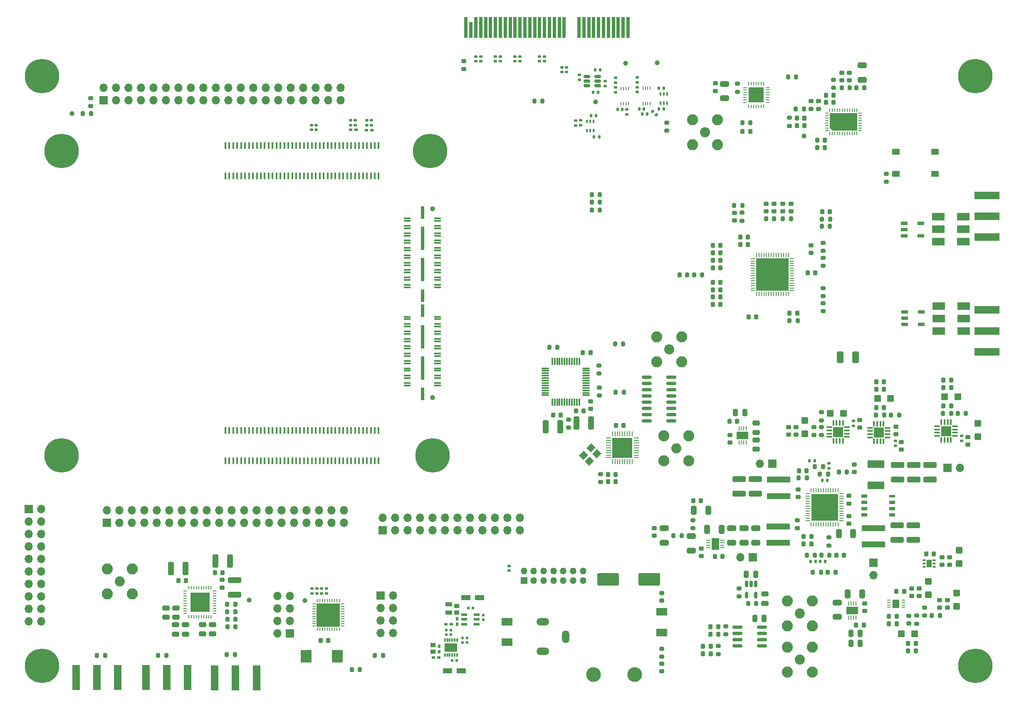
<source format=gbr>
%TF.GenerationSoftware,KiCad,Pcbnew,7.0.8-7.0.8~ubuntu22.04.1*%
%TF.CreationDate,2024-12-17T15:10:34+01:00*%
%TF.ProjectId,Bread70,42726561-6437-4302-9e6b-696361645f70,rev?*%
%TF.SameCoordinates,Original*%
%TF.FileFunction,Soldermask,Top*%
%TF.FilePolarity,Negative*%
%FSLAX46Y46*%
G04 Gerber Fmt 4.6, Leading zero omitted, Abs format (unit mm)*
G04 Created by KiCad (PCBNEW 7.0.8-7.0.8~ubuntu22.04.1) date 2024-12-17 15:10:34*
%MOMM*%
%LPD*%
G01*
G04 APERTURE LIST*
G04 Aperture macros list*
%AMRoundRect*
0 Rectangle with rounded corners*
0 $1 Rounding radius*
0 $2 $3 $4 $5 $6 $7 $8 $9 X,Y pos of 4 corners*
0 Add a 4 corners polygon primitive as box body*
4,1,4,$2,$3,$4,$5,$6,$7,$8,$9,$2,$3,0*
0 Add four circle primitives for the rounded corners*
1,1,$1+$1,$2,$3*
1,1,$1+$1,$4,$5*
1,1,$1+$1,$6,$7*
1,1,$1+$1,$8,$9*
0 Add four rect primitives between the rounded corners*
20,1,$1+$1,$2,$3,$4,$5,0*
20,1,$1+$1,$4,$5,$6,$7,0*
20,1,$1+$1,$6,$7,$8,$9,0*
20,1,$1+$1,$8,$9,$2,$3,0*%
%AMRotRect*
0 Rectangle, with rotation*
0 The origin of the aperture is its center*
0 $1 length*
0 $2 width*
0 $3 Rotation angle, in degrees counterclockwise*
0 Add horizontal line*
21,1,$1,$2,0,0,$3*%
%AMOutline5P*
0 Free polygon, 5 corners , with rotation*
0 The origin of the aperture is its center*
0 number of corners: always 5*
0 $1 to $10 corner X, Y*
0 $11 Rotation angle, in degrees counterclockwise*
0 create outline with 5 corners*
4,1,5,$1,$2,$3,$4,$5,$6,$7,$8,$9,$10,$1,$2,$11*%
%AMOutline6P*
0 Free polygon, 6 corners , with rotation*
0 The origin of the aperture is its center*
0 number of corners: always 6*
0 $1 to $12 corner X, Y*
0 $13 Rotation angle, in degrees counterclockwise*
0 create outline with 6 corners*
4,1,6,$1,$2,$3,$4,$5,$6,$7,$8,$9,$10,$11,$12,$1,$2,$13*%
%AMOutline7P*
0 Free polygon, 7 corners , with rotation*
0 The origin of the aperture is its center*
0 number of corners: always 7*
0 $1 to $14 corner X, Y*
0 $15 Rotation angle, in degrees counterclockwise*
0 create outline with 7 corners*
4,1,7,$1,$2,$3,$4,$5,$6,$7,$8,$9,$10,$11,$12,$13,$14,$1,$2,$15*%
%AMOutline8P*
0 Free polygon, 8 corners , with rotation*
0 The origin of the aperture is its center*
0 number of corners: always 8*
0 $1 to $16 corner X, Y*
0 $17 Rotation angle, in degrees counterclockwise*
0 create outline with 8 corners*
4,1,8,$1,$2,$3,$4,$5,$6,$7,$8,$9,$10,$11,$12,$13,$14,$15,$16,$1,$2,$17*%
G04 Aperture macros list end*
%ADD10RoundRect,0.250000X0.325000X1.100000X-0.325000X1.100000X-0.325000X-1.100000X0.325000X-1.100000X0*%
%ADD11RoundRect,0.135000X0.135000X0.185000X-0.135000X0.185000X-0.135000X-0.185000X0.135000X-0.185000X0*%
%ADD12RoundRect,0.200000X0.200000X0.275000X-0.200000X0.275000X-0.200000X-0.275000X0.200000X-0.275000X0*%
%ADD13RoundRect,0.250000X1.950000X1.000000X-1.950000X1.000000X-1.950000X-1.000000X1.950000X-1.000000X0*%
%ADD14O,2.600000X1.500000*%
%ADD15O,1.500000X2.600000*%
%ADD16RoundRect,0.200000X-0.200000X-0.275000X0.200000X-0.275000X0.200000X0.275000X-0.200000X0.275000X0*%
%ADD17RoundRect,0.140000X-0.170000X0.140000X-0.170000X-0.140000X0.170000X-0.140000X0.170000X0.140000X0*%
%ADD18RoundRect,0.218750X0.256250X-0.218750X0.256250X0.218750X-0.256250X0.218750X-0.256250X-0.218750X0*%
%ADD19RoundRect,0.200000X0.275000X-0.200000X0.275000X0.200000X-0.275000X0.200000X-0.275000X-0.200000X0*%
%ADD20RoundRect,0.250000X0.650000X-0.325000X0.650000X0.325000X-0.650000X0.325000X-0.650000X-0.325000X0*%
%ADD21R,0.250000X0.750000*%
%ADD22RoundRect,0.060000X0.290000X0.090000X-0.290000X0.090000X-0.290000X-0.090000X0.290000X-0.090000X0*%
%ADD23RoundRect,0.050000X0.450000X0.750000X-0.450000X0.750000X-0.450000X-0.750000X0.450000X-0.750000X0*%
%ADD24C,2.050000*%
%ADD25C,2.250000*%
%ADD26RoundRect,0.225000X-0.225000X-0.250000X0.225000X-0.250000X0.225000X0.250000X-0.225000X0.250000X0*%
%ADD27RoundRect,0.225000X0.250000X-0.225000X0.250000X0.225000X-0.250000X0.225000X-0.250000X-0.225000X0*%
%ADD28RoundRect,0.225000X0.225000X0.250000X-0.225000X0.250000X-0.225000X-0.250000X0.225000X-0.250000X0*%
%ADD29RoundRect,0.062500X-0.062500X0.337500X-0.062500X-0.337500X0.062500X-0.337500X0.062500X0.337500X0*%
%ADD30RoundRect,0.062500X-0.337500X-0.062500X0.337500X-0.062500X0.337500X0.062500X-0.337500X0.062500X0*%
%ADD31RoundRect,0.062500X0.062500X-0.337500X0.062500X0.337500X-0.062500X0.337500X-0.062500X-0.337500X0*%
%ADD32RoundRect,0.062500X0.337500X0.062500X-0.337500X0.062500X-0.337500X-0.062500X0.337500X-0.062500X0*%
%ADD33C,0.600000*%
%ADD34R,6.600000X6.600000*%
%ADD35RoundRect,0.075000X-0.662500X-0.075000X0.662500X-0.075000X0.662500X0.075000X-0.662500X0.075000X0*%
%ADD36RoundRect,0.075000X-0.075000X-0.662500X0.075000X-0.662500X0.075000X0.662500X-0.075000X0.662500X0*%
%ADD37C,1.000000*%
%ADD38C,1.020000*%
%ADD39R,1.450000X0.300000*%
%ADD40R,0.640000X2.540000*%
%ADD41R,0.640000X4.700000*%
%ADD42RoundRect,0.250000X-0.325000X-0.650000X0.325000X-0.650000X0.325000X0.650000X-0.325000X0.650000X0*%
%ADD43C,0.800000*%
%ADD44C,7.000000*%
%ADD45R,1.020000X0.890000*%
%ADD46RoundRect,0.250000X-1.100000X0.325000X-1.100000X-0.325000X1.100000X-0.325000X1.100000X0.325000X0*%
%ADD47RoundRect,0.062500X-0.062500X0.375000X-0.062500X-0.375000X0.062500X-0.375000X0.062500X0.375000X0*%
%ADD48R,2.440000X1.600000*%
%ADD49RoundRect,0.250000X-0.650000X0.325000X-0.650000X-0.325000X0.650000X-0.325000X0.650000X0.325000X0*%
%ADD50RoundRect,0.225000X-0.250000X0.225000X-0.250000X-0.225000X0.250000X-0.225000X0.250000X0.225000X0*%
%ADD51RoundRect,0.250000X0.425000X-0.450000X0.425000X0.450000X-0.425000X0.450000X-0.425000X-0.450000X0*%
%ADD52R,0.750000X0.600000*%
%ADD53R,0.600000X0.700000*%
%ADD54RoundRect,0.250000X-0.475000X0.250000X-0.475000X-0.250000X0.475000X-0.250000X0.475000X0.250000X0*%
%ADD55RoundRect,0.250000X0.250000X0.475000X-0.250000X0.475000X-0.250000X-0.475000X0.250000X-0.475000X0*%
%ADD56RoundRect,0.150000X-0.825000X-0.150000X0.825000X-0.150000X0.825000X0.150000X-0.825000X0.150000X0*%
%ADD57R,0.600000X0.620000*%
%ADD58RoundRect,0.150000X-0.512500X-0.150000X0.512500X-0.150000X0.512500X0.150000X-0.512500X0.150000X0*%
%ADD59R,0.620000X0.600000*%
%ADD60R,0.400000X0.650000*%
%ADD61RoundRect,0.140000X0.140000X0.170000X-0.140000X0.170000X-0.140000X-0.170000X0.140000X-0.170000X0*%
%ADD62RoundRect,0.135000X-0.185000X0.135000X-0.185000X-0.135000X0.185000X-0.135000X0.185000X0.135000X0*%
%ADD63RoundRect,0.250000X-0.250000X-0.475000X0.250000X-0.475000X0.250000X0.475000X-0.250000X0.475000X0*%
%ADD64RoundRect,0.135000X0.185000X-0.135000X0.185000X0.135000X-0.185000X0.135000X-0.185000X-0.135000X0*%
%ADD65R,1.700000X1.700000*%
%ADD66O,1.700000X1.700000*%
%ADD67RoundRect,0.200000X-0.275000X0.200000X-0.275000X-0.200000X0.275000X-0.200000X0.275000X0.200000X0*%
%ADD68RoundRect,0.250000X0.450000X0.425000X-0.450000X0.425000X-0.450000X-0.425000X0.450000X-0.425000X0*%
%ADD69R,1.400000X0.760000*%
%ADD70C,0.001000*%
%ADD71R,0.457000X1.448000*%
%ADD72R,1.550000X1.300000*%
%ADD73R,2.540000X1.650000*%
%ADD74RoundRect,0.135000X-0.135000X-0.185000X0.135000X-0.185000X0.135000X0.185000X-0.135000X0.185000X0*%
%ADD75R,1.500000X5.080000*%
%ADD76R,1.850000X1.100000*%
%ADD77R,0.250000X0.700000*%
%ADD78R,0.700000X0.250000*%
%ADD79Outline5P,-1.800000X2.260000X-1.260000X2.800000X1.800000X2.800000X1.800000X-2.800000X-1.800000X-2.800000X90.000000*%
%ADD80R,2.180000X1.620000*%
%ADD81RoundRect,0.087500X0.087500X-0.465000X0.087500X0.465000X-0.087500X0.465000X-0.087500X-0.465000X0*%
%ADD82RoundRect,0.087500X0.465000X-0.087500X0.465000X0.087500X-0.465000X0.087500X-0.465000X-0.087500X0*%
%ADD83R,2.100000X2.100000*%
%ADD84RoundRect,0.140000X0.170000X-0.140000X0.170000X0.140000X-0.170000X0.140000X-0.170000X-0.140000X0*%
%ADD85RoundRect,0.250000X-0.425000X0.450000X-0.425000X-0.450000X0.425000X-0.450000X0.425000X0.450000X0*%
%ADD86R,1.200000X0.600000*%
%ADD87RoundRect,0.218750X0.218750X0.256250X-0.218750X0.256250X-0.218750X-0.256250X0.218750X-0.256250X0*%
%ADD88RoundRect,0.135000X0.226274X0.035355X0.035355X0.226274X-0.226274X-0.035355X-0.035355X-0.226274X0*%
%ADD89RoundRect,0.250000X-0.450000X-0.425000X0.450000X-0.425000X0.450000X0.425000X-0.450000X0.425000X0*%
%ADD90R,0.800000X0.250000*%
%ADD91R,0.250000X0.800000*%
%ADD92R,3.900000X3.900000*%
%ADD93RotRect,1.400000X1.200000X45.000000*%
%ADD94RoundRect,0.250000X1.100000X-0.325000X1.100000X0.325000X-1.100000X0.325000X-1.100000X-0.325000X0*%
%ADD95RoundRect,0.250000X-0.325000X-1.100000X0.325000X-1.100000X0.325000X1.100000X-0.325000X1.100000X0*%
%ADD96RoundRect,0.140000X-0.140000X-0.170000X0.140000X-0.170000X0.140000X0.170000X-0.140000X0.170000X0*%
%ADD97R,0.300000X0.800000*%
%ADD98R,2.600000X1.800000*%
%ADD99R,1.310000X0.650000*%
%ADD100R,1.310000X0.600000*%
%ADD101R,4.700000X1.180000*%
%ADD102RoundRect,0.250000X0.412500X0.925000X-0.412500X0.925000X-0.412500X-0.925000X0.412500X-0.925000X0*%
%ADD103RoundRect,0.250000X0.875000X1.025000X-0.875000X1.025000X-0.875000X-1.025000X0.875000X-1.025000X0*%
%ADD104R,5.080000X1.500000*%
%ADD105RoundRect,0.062500X-0.287500X-0.062500X0.287500X-0.062500X0.287500X0.062500X-0.287500X0.062500X0*%
%ADD106R,1.450000X1.740000*%
%ADD107R,3.500000X1.500000*%
%ADD108RoundRect,0.062500X0.062500X-0.375000X0.062500X0.375000X-0.062500X0.375000X-0.062500X-0.375000X0*%
%ADD109C,3.000000*%
%ADD110R,1.350000X1.350000*%
%ADD111O,1.350000X1.350000*%
%ADD112RoundRect,0.250000X0.475000X-0.250000X0.475000X0.250000X-0.475000X0.250000X-0.475000X-0.250000X0*%
%ADD113RoundRect,0.062500X-0.062500X-0.337500X0.062500X-0.337500X0.062500X0.337500X-0.062500X0.337500X0*%
%ADD114R,5.500000X5.500000*%
%ADD115RoundRect,0.062500X-0.475000X-0.062500X0.475000X-0.062500X0.475000X0.062500X-0.475000X0.062500X0*%
%ADD116RoundRect,0.062500X-0.062500X-0.475000X0.062500X-0.475000X0.062500X0.475000X-0.062500X0.475000X0*%
%ADD117R,4.100000X4.100000*%
%ADD118R,1.470000X0.970000*%
%ADD119RoundRect,0.060000X-0.315000X-0.060000X0.315000X-0.060000X0.315000X0.060000X-0.315000X0.060000X0*%
%ADD120RoundRect,0.060000X-0.060000X-0.315000X0.060000X-0.315000X0.060000X0.315000X-0.060000X0.315000X0*%
%ADD121R,3.150000X3.150000*%
%ADD122RoundRect,0.062500X-0.375000X-0.062500X0.375000X-0.062500X0.375000X0.062500X-0.375000X0.062500X0*%
%ADD123R,1.600000X2.340000*%
%ADD124R,0.700000X4.300000*%
%ADD125R,0.700000X3.200000*%
%ADD126RoundRect,0.062500X0.237500X0.062500X-0.237500X0.062500X-0.237500X-0.062500X0.237500X-0.062500X0*%
%ADD127RoundRect,0.062500X0.062500X0.237500X-0.062500X0.237500X-0.062500X-0.237500X0.062500X-0.237500X0*%
%ADD128R,4.700000X4.700000*%
%ADD129RoundRect,0.087500X0.465000X0.087500X-0.465000X0.087500X-0.465000X-0.087500X0.465000X-0.087500X0*%
%ADD130RoundRect,0.087500X0.087500X0.465000X-0.087500X0.465000X-0.087500X-0.465000X0.087500X-0.465000X0*%
%ADD131RoundRect,0.150000X-0.150000X0.512500X-0.150000X-0.512500X0.150000X-0.512500X0.150000X0.512500X0*%
G04 APERTURE END LIST*
D10*
%TO.C,C23*%
X150520000Y-101382500D03*
X147570000Y-101382500D03*
%TD*%
D11*
%TO.C,R15*%
X158220000Y-33308037D03*
X157200000Y-33308037D03*
%TD*%
D12*
%TO.C,R67*%
X208900000Y-110600000D03*
X207250000Y-110600000D03*
%TD*%
D13*
%TO.C,C183*%
X168650000Y-132400000D03*
X160250000Y-132400000D03*
%TD*%
D14*
%TO.C,J21*%
X146950000Y-141100000D03*
X146950000Y-147100000D03*
D15*
X151650000Y-144100000D03*
%TD*%
D16*
%TO.C,R84*%
X217400000Y-139950000D03*
X219050000Y-139950000D03*
%TD*%
D17*
%TO.C,C19*%
X133335000Y-26000000D03*
X133335000Y-26960000D03*
%TD*%
D18*
%TO.C,D1*%
X186000000Y-59387500D03*
X186000000Y-57812500D03*
%TD*%
D19*
%TO.C,JP7*%
X223100000Y-141475000D03*
X223100000Y-139825000D03*
%TD*%
D20*
%TO.C,C252*%
X185410000Y-124975000D03*
X185410000Y-122025000D03*
%TD*%
D19*
%TO.C,R88*%
X203699999Y-103060001D03*
X203699999Y-101410001D03*
%TD*%
D21*
%TO.C,U3*%
X162900000Y-35590000D03*
X163400000Y-35590000D03*
X163900000Y-35590000D03*
X164400000Y-35590000D03*
X164400000Y-32490000D03*
X163900000Y-32490000D03*
X163400000Y-32490000D03*
X162900000Y-32490000D03*
%TD*%
D22*
%TO.C,U17*%
X226650000Y-129850000D03*
X226650000Y-129200000D03*
X226650000Y-128550000D03*
X224650000Y-128550000D03*
X224650000Y-129200000D03*
X224650000Y-129850000D03*
D23*
X225650000Y-129200000D03*
%TD*%
D16*
%TO.C,R36*%
X177791001Y-70469503D03*
X179441001Y-70469503D03*
%TD*%
D24*
%TO.C,J11*%
X172680000Y-85580000D03*
D25*
X170140000Y-83040000D03*
X170140000Y-88120000D03*
X175220000Y-83040000D03*
X175220000Y-88120000D03*
%TD*%
D26*
%TO.C,C244*%
X228530001Y-93400000D03*
X230080001Y-93400000D03*
%TD*%
D27*
%TO.C,C263*%
X185100000Y-104600001D03*
X185100000Y-103050001D03*
%TD*%
D28*
%TO.C,C36*%
X161793500Y-111056500D03*
X160243500Y-111056500D03*
%TD*%
D29*
%TO.C,U7*%
X196980001Y-66370003D03*
X196480001Y-66370003D03*
X195980001Y-66370003D03*
X195480001Y-66370003D03*
X194980001Y-66370003D03*
X194480001Y-66370003D03*
X193980001Y-66370003D03*
X193480001Y-66370003D03*
X192980001Y-66370003D03*
X192480001Y-66370003D03*
X191980001Y-66370003D03*
X191480001Y-66370003D03*
X190980001Y-66370003D03*
X190480001Y-66370003D03*
D30*
X189730001Y-67120003D03*
X189730001Y-67620003D03*
X189730001Y-68120003D03*
X189730001Y-68620003D03*
X189730001Y-69120003D03*
X189730001Y-69620003D03*
X189730001Y-70120003D03*
X189730001Y-70620003D03*
X189730001Y-71120003D03*
X189730001Y-71620003D03*
X189730001Y-72120003D03*
X189730001Y-72620003D03*
X189730001Y-73120003D03*
X189730001Y-73620003D03*
D31*
X190480001Y-74370003D03*
X190980001Y-74370003D03*
X191480001Y-74370003D03*
X191980001Y-74370003D03*
X192480001Y-74370003D03*
X192980001Y-74370003D03*
X193480001Y-74370003D03*
X193980001Y-74370003D03*
X194480001Y-74370003D03*
X194980001Y-74370003D03*
X195480001Y-74370003D03*
X195980001Y-74370003D03*
X196480001Y-74370003D03*
X196980001Y-74370003D03*
D32*
X197730001Y-73620003D03*
X197730001Y-73120003D03*
X197730001Y-72620003D03*
X197730001Y-72120003D03*
X197730001Y-71620003D03*
X197730001Y-71120003D03*
X197730001Y-70620003D03*
X197730001Y-70120003D03*
X197730001Y-69620003D03*
X197730001Y-69120003D03*
X197730001Y-68620003D03*
X197730001Y-68120003D03*
X197730001Y-67620003D03*
X197730001Y-67120003D03*
D33*
X196380001Y-67720003D03*
X195055001Y-67720003D03*
X193730001Y-67720003D03*
X192405001Y-67720003D03*
X191080001Y-67720003D03*
X196380001Y-69045003D03*
X195055001Y-69045003D03*
X193730001Y-69045003D03*
X192405001Y-69045003D03*
X191080001Y-69045003D03*
X196380001Y-70370003D03*
X195055001Y-70370003D03*
X193730001Y-70370003D03*
D34*
X193730001Y-70370003D03*
D33*
X192405001Y-70370003D03*
X191080001Y-70370003D03*
X196380001Y-71695003D03*
X195055001Y-71695003D03*
X193730001Y-71695003D03*
X192405001Y-71695003D03*
X191080001Y-71695003D03*
X196380001Y-73020003D03*
X195055001Y-73020003D03*
X193730001Y-73020003D03*
X192405001Y-73020003D03*
X191080001Y-73020003D03*
%TD*%
D27*
%TO.C,C41*%
X192425000Y-57525000D03*
X192425000Y-55975000D03*
%TD*%
D35*
%TO.C,U5*%
X147489365Y-89458135D03*
X147489365Y-89958135D03*
X147489365Y-90458135D03*
X147489365Y-90958135D03*
X147489365Y-91458135D03*
X147489365Y-91958135D03*
X147489365Y-92458135D03*
X147489365Y-92958135D03*
X147489365Y-93458135D03*
X147489365Y-93958135D03*
X147489365Y-94458135D03*
X147489365Y-94958135D03*
D36*
X148901865Y-96370635D03*
X149401865Y-96370635D03*
X149901865Y-96370635D03*
X150401865Y-96370635D03*
X150901865Y-96370635D03*
X151401865Y-96370635D03*
X151901865Y-96370635D03*
X152401865Y-96370635D03*
X152901865Y-96370635D03*
X153401865Y-96370635D03*
X153901865Y-96370635D03*
X154401865Y-96370635D03*
D35*
X155814365Y-94958135D03*
X155814365Y-94458135D03*
X155814365Y-93958135D03*
X155814365Y-93458135D03*
X155814365Y-92958135D03*
X155814365Y-92458135D03*
X155814365Y-91958135D03*
X155814365Y-91458135D03*
X155814365Y-90958135D03*
X155814365Y-90458135D03*
X155814365Y-89958135D03*
X155814365Y-89458135D03*
D36*
X154401865Y-88045635D03*
X153901865Y-88045635D03*
X153401865Y-88045635D03*
X152901865Y-88045635D03*
X152401865Y-88045635D03*
X151901865Y-88045635D03*
X151401865Y-88045635D03*
X150901865Y-88045635D03*
X150401865Y-88045635D03*
X149901865Y-88045635D03*
X149401865Y-88045635D03*
X148901865Y-88045635D03*
%TD*%
D16*
%TO.C,R46*%
X68675000Y-147900000D03*
X70325000Y-147900000D03*
%TD*%
D26*
%TO.C,C46*%
X181566001Y-65969503D03*
X183116001Y-65969503D03*
%TD*%
D27*
%TO.C,C247*%
X222050000Y-135840000D03*
X222050000Y-134290000D03*
%TD*%
D24*
%TO.C,J19*%
X180000000Y-41400000D03*
D25*
X182540000Y-38860000D03*
X177460000Y-38860000D03*
X182540000Y-43940000D03*
X177460000Y-43940000D03*
%TD*%
D37*
%TO.C,TP7*%
X87170001Y-136696251D03*
%TD*%
D12*
%TO.C,R97*%
X190425000Y-137350001D03*
X188775000Y-137350001D03*
%TD*%
D26*
%TO.C,C284*%
X181114500Y-142064998D03*
X182664500Y-142064998D03*
%TD*%
D38*
%TO.C,J7*%
X124499999Y-56970001D03*
X124499999Y-95450001D03*
D39*
X125559999Y-58960001D03*
X119379999Y-58960001D03*
X125559999Y-59460001D03*
X119379999Y-59460001D03*
X125559999Y-60460001D03*
X119379999Y-60460001D03*
X125559999Y-60960001D03*
X119379999Y-60960001D03*
X125559999Y-61960001D03*
X119379999Y-61960001D03*
X125559999Y-62460001D03*
X119379999Y-62460001D03*
X125559999Y-63460001D03*
X119379999Y-63460001D03*
X125559999Y-63960001D03*
X119379999Y-63960001D03*
X125559999Y-64960001D03*
X119379999Y-64960001D03*
X125559999Y-65460001D03*
X119379999Y-65460001D03*
X125559999Y-66460001D03*
X119379999Y-66460001D03*
X125559999Y-66960001D03*
X119379999Y-66960001D03*
X125559999Y-67960001D03*
X119379999Y-67960001D03*
X125559999Y-68460001D03*
X119379999Y-68460001D03*
X125559999Y-69460001D03*
X119379999Y-69460001D03*
X125559999Y-69960001D03*
X119379999Y-69960001D03*
X125559999Y-70960001D03*
X119379999Y-70960001D03*
X125559999Y-71460001D03*
X119379999Y-71460001D03*
X125559999Y-72460001D03*
X119379999Y-72460001D03*
X125559999Y-72960001D03*
X119379999Y-72960001D03*
X125559999Y-78960001D03*
X119379999Y-78960001D03*
X125559999Y-79460001D03*
X119379999Y-79460001D03*
X125559999Y-80460001D03*
X119379999Y-80460001D03*
X125559999Y-80960001D03*
X119379999Y-80960001D03*
X125559999Y-81960001D03*
X119379999Y-81960001D03*
X125559999Y-82460001D03*
X119379999Y-82460001D03*
X125559999Y-83460001D03*
X119379999Y-83460001D03*
X125559999Y-83960001D03*
X119379999Y-83960001D03*
X125559999Y-84960001D03*
X119379999Y-84960001D03*
X125559999Y-85460001D03*
X119379999Y-85460001D03*
X125559999Y-86460001D03*
X119379999Y-86460001D03*
X125559999Y-86960001D03*
X119379999Y-86960001D03*
X125559999Y-87960001D03*
X119379999Y-87960001D03*
X125559999Y-88460001D03*
X119379999Y-88460001D03*
X125559999Y-89460001D03*
X119379999Y-89460001D03*
X125559999Y-89960001D03*
X119379999Y-89960001D03*
X125559999Y-90960001D03*
X119379999Y-90960001D03*
X125559999Y-91460001D03*
X119379999Y-91460001D03*
X125559999Y-92460001D03*
X119379999Y-92460001D03*
X125559999Y-92960001D03*
X119379999Y-92960001D03*
D40*
X122469999Y-57760001D03*
D41*
X122469999Y-63030001D03*
X122469999Y-69380001D03*
D40*
X122469999Y-74650001D03*
X122469999Y-77770001D03*
D41*
X122469999Y-83040001D03*
X122469999Y-89390001D03*
D40*
X122469999Y-94660001D03*
%TD*%
D16*
%TO.C,R48*%
X82650000Y-147750000D03*
X84300000Y-147750000D03*
%TD*%
D42*
%TO.C,C269*%
X177725000Y-118400000D03*
X180675000Y-118400000D03*
%TD*%
D43*
%TO.C,H7*%
X232375000Y-30000000D03*
X233143845Y-28143845D03*
X233143845Y-31856155D03*
X235000000Y-27375000D03*
D44*
X235000000Y-30000000D03*
D43*
X235000000Y-32625000D03*
X236856155Y-28143845D03*
X236856155Y-31856155D03*
X237625000Y-30000000D03*
%TD*%
D16*
%TO.C,R91*%
X231455000Y-98649999D03*
X233105000Y-98649999D03*
%TD*%
D28*
%TO.C,C42*%
X188730000Y-62770003D03*
X187180000Y-62770003D03*
%TD*%
D16*
%TO.C,R51*%
X82770000Y-142046250D03*
X84420000Y-142046250D03*
%TD*%
D45*
%TO.C,C222*%
X124650000Y-145830000D03*
X124650000Y-147170000D03*
%TD*%
D11*
%TO.C,R6*%
X158450000Y-42300000D03*
X157430000Y-42300000D03*
%TD*%
D17*
%TO.C,C270*%
X107900000Y-38970000D03*
X107900000Y-39930000D03*
%TD*%
D26*
%TO.C,C50*%
X181566001Y-76469503D03*
X183116001Y-76469503D03*
%TD*%
D28*
%TO.C,C33*%
X163395000Y-101120000D03*
X161845000Y-101120000D03*
%TD*%
D46*
%TO.C,C211*%
X225799999Y-109175004D03*
X225799999Y-112125004D03*
%TD*%
D47*
%TO.C,U21*%
X188400000Y-101725001D03*
X187900000Y-101725001D03*
X187400000Y-101725001D03*
X186900000Y-101725001D03*
X186900000Y-104600001D03*
X187400000Y-104600001D03*
X187900000Y-104600001D03*
X188400000Y-104600001D03*
D48*
X187600000Y-103162501D03*
%TD*%
D49*
%TO.C,C267*%
X171700000Y-122025000D03*
X171700000Y-124975000D03*
%TD*%
D17*
%TO.C,C13*%
X138335000Y-26000000D03*
X138335000Y-26960000D03*
%TD*%
D50*
%TO.C,C153*%
X182099999Y-31449998D03*
X182099999Y-32999998D03*
%TD*%
D51*
%TO.C,C233*%
X225479999Y-135550000D03*
X225479999Y-132850000D03*
%TD*%
D52*
%TO.C,R65*%
X111050000Y-40950000D03*
X112150000Y-40950000D03*
%TD*%
D17*
%TO.C,C15*%
X134335000Y-26000000D03*
X134335000Y-26960000D03*
%TD*%
D53*
%TO.C,R24*%
X129550000Y-141540000D03*
X129550000Y-140440000D03*
%TD*%
D27*
%TO.C,C191*%
X210375001Y-110600000D03*
X210375001Y-109050000D03*
%TD*%
D19*
%TO.C,JP6*%
X224700000Y-139825000D03*
X224700000Y-138175000D03*
%TD*%
D54*
%TO.C,C136*%
X77720001Y-141626250D03*
X77720001Y-143526250D03*
%TD*%
D55*
%TO.C,C266*%
X188100000Y-98500002D03*
X186200000Y-98500002D03*
%TD*%
D56*
%TO.C,U23*%
X186619999Y-142179999D03*
X186619999Y-143449999D03*
X186619999Y-144719999D03*
X186619999Y-145989999D03*
X191569999Y-145989999D03*
X191569999Y-144719999D03*
X191569999Y-143449999D03*
X191569999Y-142179999D03*
%TD*%
D27*
%TO.C,C250*%
X198500000Y-102985002D03*
X198500000Y-101435002D03*
%TD*%
D16*
%TO.C,R70*%
X200050001Y-123710001D03*
X201700001Y-123710001D03*
%TD*%
D17*
%TO.C,C14*%
X142335000Y-26000000D03*
X142335000Y-26960000D03*
%TD*%
D57*
%TO.C,C198*%
X129420000Y-148950000D03*
X128500000Y-148950000D03*
%TD*%
D58*
%TO.C,U4*%
X155912707Y-30058035D03*
X155912707Y-31008035D03*
X155912707Y-31958035D03*
X158187707Y-31958035D03*
X158187707Y-31008035D03*
X158187707Y-30058035D03*
%TD*%
D59*
%TO.C,C200*%
X131550000Y-145300000D03*
X131550000Y-144380000D03*
%TD*%
D60*
%TO.C,Q1*%
X157280001Y-39199998D03*
X156630001Y-39199998D03*
X155980001Y-39199998D03*
X155980001Y-41099998D03*
X156630001Y-41099998D03*
X157280001Y-41099998D03*
%TD*%
D11*
%TO.C,R76*%
X202309999Y-108310000D03*
X201289999Y-108310000D03*
%TD*%
D16*
%TO.C,R22*%
X161700000Y-84500000D03*
X163350000Y-84500000D03*
%TD*%
D28*
%TO.C,C166*%
X204377001Y-44538997D03*
X202827001Y-44538997D03*
%TD*%
D61*
%TO.C,C5*%
X163149998Y-36739998D03*
X162189998Y-36739998D03*
%TD*%
%TO.C,C8*%
X158637706Y-28708037D03*
X157677706Y-28708037D03*
%TD*%
D62*
%TO.C,R44*%
X100992499Y-134309999D03*
X100992499Y-135329999D03*
%TD*%
D27*
%TO.C,C40*%
X194075000Y-57525000D03*
X194075000Y-55975000D03*
%TD*%
D28*
%TO.C,C43*%
X188730001Y-64270003D03*
X187180001Y-64270003D03*
%TD*%
D63*
%TO.C,C276*%
X188400001Y-131400000D03*
X190300001Y-131400000D03*
%TD*%
D59*
%TO.C,C219*%
X127300000Y-143660000D03*
X127300000Y-142740000D03*
%TD*%
D64*
%TO.C,R12*%
X166199999Y-31265000D03*
X166199999Y-30245000D03*
%TD*%
D59*
%TO.C,C189*%
X134850000Y-139680000D03*
X134850000Y-140600000D03*
%TD*%
D28*
%TO.C,C146*%
X74320002Y-132646251D03*
X72770002Y-132646251D03*
%TD*%
D43*
%TO.C,H1*%
X46374999Y-45210001D03*
X47143844Y-43353846D03*
X47143844Y-47066156D03*
X48999999Y-42585001D03*
D44*
X48999999Y-45210001D03*
D43*
X48999999Y-47835001D03*
X50856154Y-43353846D03*
X50856154Y-47066156D03*
X51624999Y-45210001D03*
%TD*%
D17*
%TO.C,C272*%
X108825000Y-38970000D03*
X108825000Y-39930000D03*
%TD*%
D65*
%TO.C,JP1*%
X189700000Y-127950000D03*
D66*
X187160000Y-127950000D03*
%TD*%
D12*
%TO.C,R1*%
X158600000Y-57200000D03*
X156950000Y-57200000D03*
%TD*%
D16*
%TO.C,R61*%
X198486001Y-36626000D03*
X200136001Y-36626000D03*
%TD*%
D19*
%TO.C,R19*%
X152201865Y-101525000D03*
X152201865Y-99875000D03*
%TD*%
D67*
%TO.C,R94*%
X54950000Y-34450000D03*
X54950000Y-36100000D03*
%TD*%
D16*
%TO.C,R80*%
X202375000Y-109510000D03*
X204025000Y-109510000D03*
%TD*%
D68*
%TO.C,C226*%
X222650002Y-143549999D03*
X219950002Y-143549999D03*
%TD*%
D67*
%TO.C,R63*%
X197177002Y-38463999D03*
X197177002Y-40113999D03*
%TD*%
D69*
%TO.C,T1*%
X223965000Y-62510000D03*
X223965000Y-59970000D03*
X220535000Y-59970000D03*
X220535000Y-61240000D03*
X220535000Y-62510000D03*
%TD*%
D70*
%TO.C,J5*%
X80730999Y-45178001D03*
X115208999Y-45178001D03*
D71*
X82369999Y-44124001D03*
X82369999Y-50296001D03*
X83169999Y-44124001D03*
X83169999Y-50296001D03*
X83969999Y-44124001D03*
X83969999Y-50296001D03*
X84769999Y-44124001D03*
X84769999Y-50296001D03*
X85569999Y-44124001D03*
X85569999Y-50296001D03*
X86369999Y-44124001D03*
X86369999Y-50296001D03*
X87169999Y-44124001D03*
X87169999Y-50296001D03*
X87969999Y-44124001D03*
X87969999Y-50296001D03*
X88769999Y-44124001D03*
X88769999Y-50296001D03*
X89569999Y-44124001D03*
X89569999Y-50296001D03*
X90369999Y-44124001D03*
X90369999Y-50296001D03*
X91169999Y-44124001D03*
X91169999Y-50296001D03*
X91969999Y-44124001D03*
X91969999Y-50296001D03*
X92769999Y-44124001D03*
X92769999Y-50296001D03*
X93569999Y-44124001D03*
X93569999Y-50296001D03*
X94369999Y-44124001D03*
X94369999Y-50296001D03*
X95169999Y-44124001D03*
X95169999Y-50296001D03*
X95969999Y-44124001D03*
X95969999Y-50296001D03*
X96769999Y-44124001D03*
X96769999Y-50296001D03*
X97569999Y-44124001D03*
X97569999Y-50296001D03*
X98369999Y-44124001D03*
X98369999Y-50296001D03*
X99169999Y-44124001D03*
X99169999Y-50296001D03*
X99969999Y-44124001D03*
X99969999Y-50296001D03*
X100769999Y-44124001D03*
X100769999Y-50296001D03*
X101569999Y-44124001D03*
X101569999Y-50296001D03*
X102369999Y-44124001D03*
X102369999Y-50296001D03*
X103169999Y-44124001D03*
X103169999Y-50296001D03*
X103969999Y-44124001D03*
X103969999Y-50296001D03*
X104769999Y-44124001D03*
X104769999Y-50296001D03*
X105569999Y-44124001D03*
X105569999Y-50296001D03*
X106369999Y-44124001D03*
X106369999Y-50296001D03*
X107169999Y-44124001D03*
X107169999Y-50296001D03*
X107969999Y-44124001D03*
X107969999Y-50296001D03*
X108769999Y-44124001D03*
X108769999Y-50296001D03*
X109569999Y-44124001D03*
X109569999Y-50296001D03*
X110369999Y-44124001D03*
X110369999Y-50296001D03*
X111169999Y-44124001D03*
X111169999Y-50296001D03*
X111969999Y-44124001D03*
X111969999Y-50296001D03*
X112769999Y-44124001D03*
X112769999Y-50296001D03*
X113569999Y-44124001D03*
X113569999Y-50296001D03*
%TD*%
D27*
%TO.C,C240*%
X223580000Y-135840000D03*
X223580000Y-134290000D03*
%TD*%
D50*
%TO.C,C229*%
X221500000Y-139850000D03*
X221500000Y-141400000D03*
%TD*%
D43*
%TO.C,H4*%
X121874999Y-107210001D03*
X122643844Y-105353846D03*
X122643844Y-109066156D03*
X124499999Y-104585001D03*
D44*
X124499999Y-107210001D03*
D43*
X124499999Y-109835001D03*
X126356154Y-105353846D03*
X126356154Y-109066156D03*
X127124999Y-107210001D03*
%TD*%
%TO.C,H2*%
X121374999Y-45210001D03*
X122143844Y-43353846D03*
X122143844Y-47066156D03*
X123999999Y-42585001D03*
D44*
X123999999Y-45210001D03*
D43*
X123999999Y-47835001D03*
X125856154Y-43353846D03*
X125856154Y-47066156D03*
X126624999Y-45210001D03*
%TD*%
D72*
%TO.C,SW1*%
X218850000Y-45400000D03*
X226800000Y-45400000D03*
X218850000Y-49900000D03*
X226800000Y-49900000D03*
%TD*%
D28*
%TO.C,C171*%
X206169001Y-33839000D03*
X204619001Y-33839000D03*
%TD*%
D46*
%TO.C,C213*%
X222500000Y-109175002D03*
X222500000Y-112125002D03*
%TD*%
D16*
%TO.C,R72*%
X201965001Y-131010000D03*
X203615001Y-131010000D03*
%TD*%
D49*
%TO.C,C157*%
X184000000Y-31550000D03*
X184000000Y-34500000D03*
%TD*%
D73*
%TO.C,TR2*%
X232697502Y-81890000D03*
X232697502Y-79350000D03*
X232697502Y-76810000D03*
X227617502Y-76810000D03*
X227617502Y-79350000D03*
X227617502Y-81890000D03*
%TD*%
D19*
%TO.C,R40*%
X204080001Y-74780004D03*
X204080001Y-73130004D03*
%TD*%
%TO.C,R89*%
X203700001Y-100060001D03*
X203700001Y-98410001D03*
%TD*%
D17*
%TO.C,C7*%
X161799998Y-32280001D03*
X161799998Y-33240001D03*
%TD*%
D26*
%TO.C,C257*%
X210749998Y-141699999D03*
X212299998Y-141699999D03*
%TD*%
D43*
%TO.C,H6*%
X42375000Y-150000000D03*
X43143845Y-148143845D03*
X43143845Y-151856155D03*
X45000000Y-147375000D03*
D44*
X45000000Y-150000000D03*
D43*
X45000000Y-152625000D03*
X46856155Y-148143845D03*
X46856155Y-151856155D03*
X47625000Y-150000000D03*
%TD*%
D60*
%TO.C,U1*%
X170949998Y-35499999D03*
X171599998Y-35499999D03*
X172249998Y-35499999D03*
X172249998Y-33599999D03*
X171599998Y-33599999D03*
X170949998Y-33599999D03*
%TD*%
D50*
%TO.C,C262*%
X212500000Y-137349999D03*
X212500000Y-138899999D03*
%TD*%
D74*
%TO.C,R10*%
X167189999Y-37655000D03*
X168209999Y-37655000D03*
%TD*%
D27*
%TO.C,C230*%
X202199999Y-103010001D03*
X202199999Y-101460001D03*
%TD*%
D26*
%TO.C,C26*%
X153726865Y-98158135D03*
X155276865Y-98158135D03*
%TD*%
D17*
%TO.C,C9*%
X154437708Y-29748038D03*
X154437708Y-30708038D03*
%TD*%
D26*
%TO.C,C47*%
X181566001Y-67449453D03*
X183116001Y-67449453D03*
%TD*%
D46*
%TO.C,C212*%
X222400000Y-121425000D03*
X222400000Y-124375000D03*
%TD*%
D65*
%TO.C,J9*%
X113950000Y-135760001D03*
D66*
X116490000Y-135760001D03*
X113950000Y-138300001D03*
X116490000Y-138300001D03*
X113950000Y-140840001D03*
X116490000Y-140840001D03*
X113950000Y-143380001D03*
X116490000Y-143380001D03*
%TD*%
D65*
%TO.C,J23*%
X114340000Y-122400000D03*
D66*
X114340000Y-119860000D03*
X116880000Y-122400000D03*
X116880000Y-119860000D03*
X119420000Y-122400000D03*
X119420000Y-119860000D03*
X121960000Y-122400000D03*
X121960000Y-119860000D03*
X124500000Y-122400000D03*
X124500000Y-119860000D03*
X127040000Y-122400000D03*
X127040000Y-119860000D03*
X129580000Y-122400000D03*
X129580000Y-119860000D03*
X132120000Y-122400000D03*
X132120000Y-119860000D03*
X134660000Y-122400000D03*
X134660000Y-119860000D03*
X137200000Y-122400000D03*
X137200000Y-119860000D03*
X139740000Y-122400000D03*
X139740000Y-119860000D03*
X142280000Y-122400000D03*
X142280000Y-119860000D03*
%TD*%
D26*
%TO.C,C167*%
X202827001Y-43038999D03*
X204377001Y-43038999D03*
%TD*%
D49*
%TO.C,C209*%
X187960000Y-122000001D03*
X187960000Y-124950001D03*
%TD*%
D69*
%TO.C,T2*%
X224062502Y-80550000D03*
X224062502Y-78010000D03*
X220632502Y-78010000D03*
X220632502Y-79280000D03*
X220632502Y-80550000D03*
%TD*%
D75*
%TO.C,J16*%
X70450000Y-152422500D03*
X74700000Y-152422500D03*
X66200000Y-152422500D03*
%TD*%
D67*
%TO.C,R64*%
X171200000Y-146525001D03*
X171200000Y-148175001D03*
%TD*%
%TO.C,R37*%
X204080001Y-66951603D03*
X204080001Y-68601603D03*
%TD*%
D65*
%TO.C,JP2*%
X193675000Y-108900000D03*
D66*
X191135000Y-108900000D03*
%TD*%
D18*
%TO.C,D4*%
X171200000Y-151150000D03*
X171200000Y-149575000D03*
%TD*%
D26*
%TO.C,C220*%
X217450000Y-141500000D03*
X219000000Y-141500000D03*
%TD*%
D17*
%TO.C,C1*%
X140100000Y-129720000D03*
X140100000Y-130680000D03*
%TD*%
D76*
%TO.C,L2*%
X130400000Y-151050000D03*
X127600000Y-151050000D03*
%TD*%
D77*
%TO.C,U11*%
X205427001Y-41688999D03*
X205927001Y-41688999D03*
X206427001Y-41688999D03*
X206927001Y-41688999D03*
X207427001Y-41688999D03*
X207927001Y-41688999D03*
X208427001Y-41688999D03*
X208927001Y-41688999D03*
X209427001Y-41688999D03*
X209927001Y-41688999D03*
X210427001Y-41688999D03*
X210927001Y-41688999D03*
D78*
X211577001Y-41038999D03*
X211577001Y-40538999D03*
X211577001Y-40038999D03*
X211577001Y-39538999D03*
X211577001Y-39038999D03*
X211577001Y-38538999D03*
X211577001Y-38038999D03*
X211577001Y-37538999D03*
D77*
X210927001Y-36888999D03*
X210427001Y-36888999D03*
X209927001Y-36888999D03*
X209427001Y-36888999D03*
X208927001Y-36888999D03*
X208427001Y-36888999D03*
X207927001Y-36888999D03*
X207427001Y-36888999D03*
X206927001Y-36888999D03*
X206427001Y-36888999D03*
X205927001Y-36888999D03*
X205427001Y-36888999D03*
D78*
X204777001Y-37538999D03*
X204777001Y-38038999D03*
X204777001Y-38538999D03*
X204777001Y-39038999D03*
X204777001Y-39538999D03*
X204777001Y-40038999D03*
X204777001Y-40538999D03*
X204777001Y-41038999D03*
D33*
X206177001Y-40538999D03*
X207177001Y-40538999D03*
X208177001Y-40538999D03*
X209177001Y-40538999D03*
X210177001Y-40538999D03*
X206177001Y-39788999D03*
X207177001Y-39788999D03*
X208177001Y-39788999D03*
X209177001Y-39788999D03*
X210177001Y-39788999D03*
D79*
X208177001Y-39288999D03*
D33*
X206177001Y-38788999D03*
X207177001Y-38788999D03*
X208177001Y-38788999D03*
X209177001Y-38788999D03*
X210177001Y-38788999D03*
X206177001Y-38038999D03*
X207177001Y-38038999D03*
X208177001Y-38038999D03*
X209177001Y-38038999D03*
X210177001Y-38038999D03*
%TD*%
D27*
%TO.C,C29*%
X156751865Y-97708135D03*
X156751865Y-96158135D03*
%TD*%
%TO.C,C242*%
X229350001Y-138190000D03*
X229350001Y-136640000D03*
%TD*%
D65*
%TO.C,JP3*%
X214300000Y-129000000D03*
D66*
X214300000Y-131540000D03*
%TD*%
D28*
%TO.C,C22*%
X150645000Y-98982500D03*
X149095000Y-98982500D03*
%TD*%
D52*
%TO.C,R26*%
X125850000Y-148350000D03*
X124750000Y-148350000D03*
%TD*%
D42*
%TO.C,C258*%
X180435000Y-122300000D03*
X183385000Y-122300000D03*
%TD*%
D26*
%TO.C,C156*%
X187650000Y-41275000D03*
X189200000Y-41275000D03*
%TD*%
D37*
%TO.C,TP2*%
X157700000Y-35200000D03*
%TD*%
D51*
%TO.C,C237*%
X200350000Y-102760002D03*
X200350000Y-100060002D03*
%TD*%
D62*
%TO.C,R43*%
X101972500Y-134310000D03*
X101972500Y-135330000D03*
%TD*%
D27*
%TO.C,C215*%
X233500000Y-105025000D03*
X233500000Y-103475000D03*
%TD*%
D62*
%TO.C,R45*%
X100012501Y-134310000D03*
X100012501Y-135330000D03*
%TD*%
D65*
%TO.C,J1*%
X58220000Y-120940000D03*
D66*
X58220000Y-118400000D03*
X60760000Y-120940000D03*
X60760000Y-118400000D03*
X63300000Y-120940000D03*
X63300000Y-118400000D03*
X65840000Y-120940000D03*
X65840000Y-118400000D03*
X68380000Y-120940000D03*
X68380000Y-118400000D03*
X70920000Y-120940000D03*
X70920000Y-118400000D03*
X73460000Y-120940000D03*
X73460000Y-118400000D03*
X76000000Y-120940000D03*
X76000000Y-118400000D03*
X78540000Y-120940000D03*
X78540000Y-118400000D03*
X81080000Y-120940000D03*
X81080000Y-118400000D03*
X83620000Y-120940000D03*
X83620000Y-118400000D03*
X86160000Y-120940000D03*
X86160000Y-118400000D03*
X88700000Y-120940000D03*
X88700000Y-118400000D03*
X91240000Y-120940000D03*
X91240000Y-118400000D03*
X93780000Y-120940000D03*
X93780000Y-118400000D03*
X96320000Y-120940000D03*
X96320000Y-118400000D03*
X98860000Y-120940000D03*
X98860000Y-118400000D03*
X101400000Y-120940000D03*
X101400000Y-118400000D03*
X103940000Y-120940000D03*
X103940000Y-118400000D03*
X106480000Y-120940000D03*
X106480000Y-118400000D03*
%TD*%
D26*
%TO.C,C44*%
X203845000Y-57580003D03*
X205395000Y-57580003D03*
%TD*%
D16*
%TO.C,R92*%
X214825000Y-98950000D03*
X216475000Y-98950000D03*
%TD*%
D12*
%TO.C,R47*%
X57875000Y-147900000D03*
X56225000Y-147900000D03*
%TD*%
D16*
%TO.C,R35*%
X203770000Y-60580003D03*
X205420000Y-60580003D03*
%TD*%
D17*
%TO.C,C18*%
X141335000Y-26000000D03*
X141335000Y-26960000D03*
%TD*%
D67*
%TO.C,R28*%
X158718500Y-110976500D03*
X158718500Y-112626500D03*
%TD*%
D80*
%TO.C,D7*%
X171200000Y-143250000D03*
X171200000Y-139030000D03*
%TD*%
D62*
%TO.C,R14*%
X159700000Y-31000000D03*
X159700000Y-32020000D03*
%TD*%
D27*
%TO.C,C216*%
X220000000Y-106050000D03*
X220000000Y-104500000D03*
%TD*%
D81*
%TO.C,U16*%
X214400000Y-104355000D03*
X215050000Y-104355000D03*
X215700000Y-104355000D03*
X216350000Y-104355000D03*
D82*
X217177500Y-103527500D03*
X217177500Y-102877500D03*
X217177500Y-102227500D03*
X217177500Y-101577500D03*
D81*
X216350000Y-100750000D03*
X215700000Y-100750000D03*
X215050000Y-100750000D03*
X214400000Y-100750000D03*
D82*
X213572500Y-101577500D03*
X213572500Y-102227500D03*
X213572500Y-102877500D03*
X213572500Y-103527500D03*
D83*
X215375000Y-102552500D03*
%TD*%
D27*
%TO.C,C201*%
X209300000Y-116975000D03*
X209300000Y-115425000D03*
%TD*%
D59*
%TO.C,C199*%
X130600000Y-145300000D03*
X130600000Y-144380000D03*
%TD*%
D24*
%TO.C,J18*%
X199340000Y-148749999D03*
D25*
X201880000Y-151289999D03*
X201880000Y-146209999D03*
X196800000Y-151289999D03*
X196800000Y-146209999D03*
%TD*%
D12*
%TO.C,R78*%
X205050001Y-111010001D03*
X203400001Y-111010001D03*
%TD*%
D84*
%TO.C,C11*%
X151835000Y-29160000D03*
X151835000Y-28200000D03*
%TD*%
D85*
%TO.C,C224*%
X235500000Y-100650000D03*
X235500000Y-103350000D03*
%TD*%
D75*
%TO.C,J10*%
X84450000Y-152450000D03*
X88700000Y-152450000D03*
X80200000Y-152450000D03*
%TD*%
%TO.C,J17*%
X56200000Y-152400000D03*
X60450000Y-152400000D03*
X51950000Y-152400000D03*
%TD*%
D64*
%TO.C,R86*%
X210250000Y-101220000D03*
X210250000Y-100200000D03*
%TD*%
D74*
%TO.C,R75*%
X203840000Y-112250000D03*
X204860000Y-112250000D03*
%TD*%
D12*
%TO.C,R2*%
X158600000Y-55650000D03*
X156950000Y-55650000D03*
%TD*%
D86*
%TO.C,IC1*%
X131000000Y-139640000D03*
X131000000Y-140590000D03*
X131000000Y-141540000D03*
X133500000Y-141540000D03*
X133500000Y-140590000D03*
X133500000Y-139640000D03*
%TD*%
D26*
%TO.C,C180*%
X198677002Y-40050999D03*
X200227002Y-40050999D03*
%TD*%
D87*
%TO.C,D2*%
X198795000Y-78230003D03*
X197220000Y-78230003D03*
%TD*%
D10*
%TO.C,C144*%
X83275000Y-128673750D03*
X80325000Y-128673750D03*
%TD*%
D49*
%TO.C,C162*%
X211973000Y-27748999D03*
X211973000Y-30698999D03*
%TD*%
D16*
%TO.C,R90*%
X228455001Y-98649999D03*
X230105001Y-98649999D03*
%TD*%
D74*
%TO.C,R5*%
X156790001Y-38000000D03*
X157810001Y-38000000D03*
%TD*%
D88*
%TO.C,R9*%
X170060624Y-37860624D03*
X169339376Y-37139376D03*
%TD*%
D27*
%TO.C,C249*%
X227790001Y-138190000D03*
X227790001Y-136640000D03*
%TD*%
D51*
%TO.C,C236*%
X231700000Y-129200000D03*
X231700000Y-126500000D03*
%TD*%
D12*
%TO.C,R32*%
X197500000Y-59000000D03*
X195850000Y-59000000D03*
%TD*%
D54*
%TO.C,C141*%
X79750000Y-141626250D03*
X79750000Y-143526250D03*
%TD*%
D28*
%TO.C,C132*%
X103315000Y-144880000D03*
X101765000Y-144880000D03*
%TD*%
D63*
%TO.C,C268*%
X209700000Y-145500000D03*
X211600000Y-145500000D03*
%TD*%
D46*
%TO.C,C210*%
X219099997Y-121424999D03*
X219099997Y-124374999D03*
%TD*%
D89*
%TO.C,C238*%
X228780000Y-95250000D03*
X231480000Y-95250000D03*
%TD*%
%TO.C,C239*%
X215100000Y-95600002D03*
X217800000Y-95600002D03*
%TD*%
D90*
%TO.C,U9*%
X80200000Y-139326250D03*
X80200000Y-138826250D03*
X80200000Y-138326250D03*
X80200000Y-137826250D03*
X80200000Y-137326250D03*
X80200000Y-136826250D03*
X80200000Y-136326250D03*
X80200000Y-135826250D03*
X80200000Y-135326250D03*
X80200000Y-134826250D03*
D91*
X79450000Y-134076250D03*
X78950000Y-134076250D03*
X78450000Y-134076250D03*
X77950000Y-134076250D03*
X77450000Y-134076250D03*
X76950000Y-134076250D03*
X76450000Y-134076250D03*
X75950000Y-134076250D03*
X75450000Y-134076250D03*
X74950000Y-134076250D03*
D90*
X74200000Y-134826250D03*
X74200000Y-135326250D03*
X74200000Y-135826250D03*
X74200000Y-136326250D03*
X74200000Y-136826250D03*
X74200000Y-137326250D03*
X74200000Y-137826250D03*
X74200000Y-138326250D03*
X74200000Y-138826250D03*
X74200000Y-139326250D03*
D91*
X74950000Y-140076250D03*
X75450000Y-140076250D03*
X75950000Y-140076250D03*
X76450000Y-140076250D03*
X76950000Y-140076250D03*
X77450000Y-140076250D03*
X77950000Y-140076250D03*
X78450000Y-140076250D03*
X78950000Y-140076250D03*
X79450000Y-140076250D03*
D33*
X78600000Y-138526250D03*
X78600000Y-137126250D03*
X78600000Y-135626250D03*
D92*
X77200000Y-137076250D03*
D33*
X77100000Y-138526250D03*
X77100000Y-137126250D03*
X77100000Y-135626250D03*
X75800000Y-138526250D03*
X75800000Y-137126250D03*
X75800000Y-135626250D03*
%TD*%
D93*
%TO.C,Y1*%
X156464946Y-108414216D03*
X158020581Y-106858581D03*
X156818500Y-105656500D03*
X155262865Y-107212135D03*
%TD*%
D17*
%TO.C,C6*%
X166200000Y-32234999D03*
X166200000Y-33194999D03*
%TD*%
D12*
%TO.C,JP8*%
X175250000Y-123500000D03*
X173600000Y-123500000D03*
%TD*%
D65*
%TO.C,J25*%
X42300000Y-118140000D03*
D66*
X44840000Y-118140000D03*
X42300000Y-120680000D03*
X44840000Y-120680000D03*
X42300000Y-123220000D03*
X44840000Y-123220000D03*
X42300000Y-125760000D03*
X44840000Y-125760000D03*
X42300000Y-128300000D03*
X44840000Y-128300000D03*
X42300000Y-130840000D03*
X44840000Y-130840000D03*
X42300000Y-133380000D03*
X44840000Y-133380000D03*
X42300000Y-135920000D03*
X44840000Y-135920000D03*
X42300000Y-138460000D03*
X44840000Y-138460000D03*
X42300000Y-141000000D03*
X44840000Y-141000000D03*
%TD*%
D16*
%TO.C,R52*%
X82720000Y-139046250D03*
X84370000Y-139046250D03*
%TD*%
D43*
%TO.C,H8*%
X232375000Y-150000000D03*
X233143845Y-148143845D03*
X233143845Y-151856155D03*
X235000000Y-147375000D03*
D44*
X235000000Y-150000000D03*
D43*
X235000000Y-152625000D03*
X236856155Y-148143845D03*
X236856155Y-151856155D03*
X237625000Y-150000000D03*
%TD*%
D64*
%TO.C,R87*%
X232250000Y-104260000D03*
X232250000Y-103240000D03*
%TD*%
D63*
%TO.C,C264*%
X209700000Y-143449998D03*
X211600000Y-143449998D03*
%TD*%
D94*
%TO.C,C205*%
X190200001Y-114985002D03*
X190200001Y-112035002D03*
%TD*%
D28*
%TO.C,C285*%
X182664500Y-143564998D03*
X181114500Y-143564998D03*
%TD*%
%TO.C,C28*%
X156675000Y-86270000D03*
X155125000Y-86270000D03*
%TD*%
D27*
%TO.C,C245*%
X228250000Y-129449999D03*
X228250000Y-127899999D03*
%TD*%
D95*
%TO.C,C27*%
X153826865Y-100558135D03*
X156776865Y-100558135D03*
%TD*%
D27*
%TO.C,C39*%
X195850000Y-57525000D03*
X195850000Y-55975000D03*
%TD*%
D28*
%TO.C,C218*%
X222900000Y-147000000D03*
X221350000Y-147000000D03*
%TD*%
D96*
%TO.C,C3*%
X170639997Y-32399998D03*
X171599997Y-32399998D03*
%TD*%
D12*
%TO.C,JP12*%
X109750000Y-150800000D03*
X108100000Y-150800000D03*
%TD*%
D26*
%TO.C,C246*%
X214864999Y-92220001D03*
X216414999Y-92220001D03*
%TD*%
%TO.C,C289*%
X177625000Y-116400000D03*
X179175000Y-116400000D03*
%TD*%
D62*
%TO.C,R42*%
X102952500Y-134310000D03*
X102952500Y-135330000D03*
%TD*%
D21*
%TO.C,U2*%
X167349999Y-35544999D03*
X167849999Y-35544999D03*
X168349999Y-35544999D03*
X168849999Y-35544999D03*
X168849999Y-32444999D03*
X168349999Y-32444999D03*
X167849999Y-32444999D03*
X167349999Y-32444999D03*
%TD*%
D12*
%TO.C,R17*%
X146925000Y-35100000D03*
X145275000Y-35100000D03*
%TD*%
D28*
%TO.C,C192*%
X208275000Y-127500000D03*
X206725000Y-127500000D03*
%TD*%
D96*
%TO.C,C2*%
X170639999Y-36700000D03*
X171599999Y-36700000D03*
%TD*%
D97*
%TO.C,IC2*%
X129550000Y-144800000D03*
X129050000Y-144800000D03*
X128550000Y-144800000D03*
X128050000Y-144800000D03*
X127550000Y-144800000D03*
X127050000Y-144800000D03*
X127050000Y-147800000D03*
X127550000Y-147800000D03*
X128050000Y-147800000D03*
X128550000Y-147800000D03*
X129050000Y-147800000D03*
X129550000Y-147800000D03*
D98*
X128300000Y-146300000D03*
%TD*%
D99*
%TO.C,Q3*%
X218090000Y-119310000D03*
X218090000Y-118040000D03*
X218090000Y-116770000D03*
D100*
X218090000Y-115500000D03*
D99*
X212400000Y-115500000D03*
X212400000Y-116770000D03*
X212400000Y-118040000D03*
X212400000Y-119310000D03*
%TD*%
D12*
%TO.C,JP11*%
X114450000Y-147900000D03*
X112800000Y-147900000D03*
%TD*%
D19*
%TO.C,R68*%
X205200000Y-125560002D03*
X205200000Y-123910002D03*
%TD*%
D101*
%TO.C,L7*%
X194900000Y-121645000D03*
X194900000Y-124955000D03*
%TD*%
D24*
%TO.C,J22*%
X199340000Y-139360000D03*
D25*
X201880000Y-141900000D03*
X201880000Y-136820000D03*
X196800000Y-141900000D03*
X196800000Y-136820000D03*
%TD*%
D54*
%TO.C,C259*%
X190400000Y-100600001D03*
X190400000Y-102500001D03*
%TD*%
D16*
%TO.C,R83*%
X203675001Y-127510001D03*
X205325001Y-127510001D03*
%TD*%
D70*
%TO.C,J4*%
X80730999Y-103178001D03*
X115208999Y-103178001D03*
D71*
X82369999Y-102124001D03*
X82369999Y-108296001D03*
X83169999Y-102124001D03*
X83169999Y-108296001D03*
X83969999Y-102124001D03*
X83969999Y-108296001D03*
X84769999Y-102124001D03*
X84769999Y-108296001D03*
X85569999Y-102124001D03*
X85569999Y-108296001D03*
X86369999Y-102124001D03*
X86369999Y-108296001D03*
X87169999Y-102124001D03*
X87169999Y-108296001D03*
X87969999Y-102124001D03*
X87969999Y-108296001D03*
X88769999Y-102124001D03*
X88769999Y-108296001D03*
X89569999Y-102124001D03*
X89569999Y-108296001D03*
X90369999Y-102124001D03*
X90369999Y-108296001D03*
X91169999Y-102124001D03*
X91169999Y-108296001D03*
X91969999Y-102124001D03*
X91969999Y-108296001D03*
X92769999Y-102124001D03*
X92769999Y-108296001D03*
X93569999Y-102124001D03*
X93569999Y-108296001D03*
X94369999Y-102124001D03*
X94369999Y-108296001D03*
X95169999Y-102124001D03*
X95169999Y-108296001D03*
X95969999Y-102124001D03*
X95969999Y-108296001D03*
X96769999Y-102124001D03*
X96769999Y-108296001D03*
X97569999Y-102124001D03*
X97569999Y-108296001D03*
X98369999Y-102124001D03*
X98369999Y-108296001D03*
X99169999Y-102124001D03*
X99169999Y-108296001D03*
X99969999Y-102124001D03*
X99969999Y-108296001D03*
X100769999Y-102124001D03*
X100769999Y-108296001D03*
X101569999Y-102124001D03*
X101569999Y-108296001D03*
X102369999Y-102124001D03*
X102369999Y-108296001D03*
X103169999Y-102124001D03*
X103169999Y-108296001D03*
X103969999Y-102124001D03*
X103969999Y-108296001D03*
X104769999Y-102124001D03*
X104769999Y-108296001D03*
X105569999Y-102124001D03*
X105569999Y-108296001D03*
X106369999Y-102124001D03*
X106369999Y-108296001D03*
X107169999Y-102124001D03*
X107169999Y-108296001D03*
X107969999Y-102124001D03*
X107969999Y-108296001D03*
X108769999Y-102124001D03*
X108769999Y-108296001D03*
X109569999Y-102124001D03*
X109569999Y-108296001D03*
X110369999Y-102124001D03*
X110369999Y-108296001D03*
X111169999Y-102124001D03*
X111169999Y-108296001D03*
X111969999Y-102124001D03*
X111969999Y-108296001D03*
X112769999Y-102124001D03*
X112769999Y-108296001D03*
X113569999Y-102124001D03*
X113569999Y-108296001D03*
%TD*%
D17*
%TO.C,C16*%
X146335000Y-26000000D03*
X146335000Y-26960000D03*
%TD*%
D16*
%TO.C,R53*%
X207827003Y-32338999D03*
X209477003Y-32338999D03*
%TD*%
D67*
%TO.C,R4*%
X172200000Y-39425000D03*
X172200000Y-41075000D03*
%TD*%
D28*
%TO.C,C255*%
X186550001Y-100250001D03*
X185000001Y-100250001D03*
%TD*%
D102*
%TO.C,C84*%
X210627500Y-87229999D03*
X207552500Y-87229999D03*
%TD*%
D28*
%TO.C,C172*%
X206169000Y-35338999D03*
X204619000Y-35338999D03*
%TD*%
D16*
%TO.C,R93*%
X217850000Y-98950000D03*
X219500000Y-98950000D03*
%TD*%
D76*
%TO.C,L1*%
X134100000Y-136190000D03*
X131300000Y-136190000D03*
%TD*%
D24*
%TO.C,J12*%
X174140000Y-105740000D03*
D25*
X171600000Y-103200000D03*
X171600000Y-108280000D03*
X176680000Y-103200000D03*
X176680000Y-108280000D03*
%TD*%
D26*
%TO.C,C282*%
X179595000Y-146044999D03*
X181145000Y-146044999D03*
%TD*%
D28*
%TO.C,C49*%
X176366001Y-70469503D03*
X174816001Y-70469503D03*
%TD*%
D67*
%TO.C,R55*%
X186627001Y-31513998D03*
X186627001Y-33163998D03*
%TD*%
D94*
%TO.C,C208*%
X186900000Y-114985000D03*
X186900000Y-112035000D03*
%TD*%
D19*
%TO.C,R16*%
X130900000Y-28550000D03*
X130900000Y-26900000D03*
%TD*%
D103*
%TO.C,C125*%
X105189999Y-148130000D03*
X98789999Y-148130000D03*
%TD*%
D52*
%TO.C,R62*%
X107825000Y-40925000D03*
X108925000Y-40925000D03*
%TD*%
D16*
%TO.C,R49*%
X82770001Y-140546251D03*
X84420001Y-140546251D03*
%TD*%
D19*
%TO.C,R96*%
X186900000Y-135900001D03*
X186900000Y-134250001D03*
%TD*%
D12*
%TO.C,R23*%
X163445000Y-94320000D03*
X161795000Y-94320000D03*
%TD*%
D56*
%TO.C,U24*%
X168170000Y-91240000D03*
X168170000Y-92510000D03*
X168170000Y-93780000D03*
X168170000Y-95050000D03*
X168170000Y-96320000D03*
X168170000Y-97590000D03*
X168170000Y-98860000D03*
X168170000Y-100130000D03*
X173120000Y-100130000D03*
X173120000Y-98860000D03*
X173120000Y-97590000D03*
X173120000Y-96320000D03*
X173120000Y-95050000D03*
X173120000Y-93780000D03*
X173120000Y-92510000D03*
X173120000Y-91240000D03*
%TD*%
D62*
%TO.C,R8*%
X154700000Y-38990000D03*
X154700000Y-40010000D03*
%TD*%
D50*
%TO.C,C80*%
X201600000Y-64450000D03*
X201600000Y-66000000D03*
%TD*%
D19*
%TO.C,R29*%
X187500000Y-59412500D03*
X187500000Y-57762500D03*
%TD*%
D26*
%TO.C,C251*%
X228530001Y-91900000D03*
X230080001Y-91900000D03*
%TD*%
D37*
%TO.C,TP10*%
X200127002Y-42138999D03*
%TD*%
D10*
%TO.C,C148*%
X74220002Y-130246250D03*
X71270002Y-130246250D03*
%TD*%
D65*
%TO.C,J2*%
X57591000Y-34931445D03*
D66*
X57591000Y-32391445D03*
X60131000Y-34931445D03*
X60131000Y-32391445D03*
X62671000Y-34931445D03*
X62671000Y-32391445D03*
X65211000Y-34931445D03*
X65211000Y-32391445D03*
X67751000Y-34931445D03*
X67751000Y-32391445D03*
X70291000Y-34931445D03*
X70291000Y-32391445D03*
X72831000Y-34931445D03*
X72831000Y-32391445D03*
X75371000Y-34931445D03*
X75371000Y-32391445D03*
X77911000Y-34931445D03*
X77911000Y-32391445D03*
X80451000Y-34931445D03*
X80451000Y-32391445D03*
X82991000Y-34931445D03*
X82991000Y-32391445D03*
X85531000Y-34931445D03*
X85531000Y-32391445D03*
X88071000Y-34931445D03*
X88071000Y-32391445D03*
X90611000Y-34931445D03*
X90611000Y-32391445D03*
X93151000Y-34931445D03*
X93151000Y-32391445D03*
X95691000Y-34931445D03*
X95691000Y-32391445D03*
X98231000Y-34931445D03*
X98231000Y-32391445D03*
X100771000Y-34931445D03*
X100771000Y-32391445D03*
X103311000Y-34931445D03*
X103311000Y-32391445D03*
X105851000Y-34931445D03*
X105851000Y-32391445D03*
%TD*%
D101*
%TO.C,L8*%
X214245001Y-122010002D03*
X214245001Y-125320002D03*
%TD*%
D28*
%TO.C,C194*%
X201650001Y-125210001D03*
X200100001Y-125210001D03*
%TD*%
D64*
%TO.C,R11*%
X164099999Y-37740000D03*
X164099999Y-36720000D03*
%TD*%
D104*
%TO.C,J14*%
X237427500Y-58509999D03*
X237427500Y-54259999D03*
X237427500Y-62759999D03*
%TD*%
D26*
%TO.C,C287*%
X218975000Y-134850000D03*
X220525000Y-134850000D03*
%TD*%
D105*
%TO.C,U25*%
X217400000Y-136635000D03*
X217400000Y-137135000D03*
X217400000Y-137635000D03*
X217400000Y-138135000D03*
X220400000Y-138135000D03*
X220400000Y-137635000D03*
X220400000Y-137135000D03*
X220400000Y-136635000D03*
D33*
X218500000Y-136860000D03*
X218500000Y-137910000D03*
X218900000Y-137385000D03*
D106*
X218900000Y-137385000D03*
D33*
X219300000Y-136860000D03*
X219300000Y-137910000D03*
%TD*%
D28*
%TO.C,C145*%
X81775000Y-131073750D03*
X80225000Y-131073750D03*
%TD*%
D57*
%TO.C,C184*%
X132760000Y-138290000D03*
X131840000Y-138290000D03*
%TD*%
D16*
%TO.C,R34*%
X203794999Y-59080003D03*
X205444999Y-59080003D03*
%TD*%
D28*
%TO.C,C74*%
X202475000Y-70000000D03*
X200925000Y-70000000D03*
%TD*%
%TO.C,C283*%
X181145000Y-147584998D03*
X179595000Y-147584998D03*
%TD*%
D50*
%TO.C,C158*%
X209351000Y-29277999D03*
X209351000Y-30827999D03*
%TD*%
D17*
%TO.C,C274*%
X99894998Y-39969999D03*
X99894998Y-40929999D03*
%TD*%
D67*
%TO.C,R98*%
X184244999Y-141989999D03*
X184244999Y-143639999D03*
%TD*%
D54*
%TO.C,C137*%
X74280002Y-141676251D03*
X74280002Y-143576251D03*
%TD*%
D55*
%TO.C,C286*%
X192045001Y-140370000D03*
X190145001Y-140370000D03*
%TD*%
D49*
%TO.C,C206*%
X190359999Y-121999998D03*
X190359999Y-124949998D03*
%TD*%
D84*
%TO.C,C10*%
X150835000Y-29160000D03*
X150835000Y-28200000D03*
%TD*%
D11*
%TO.C,R77*%
X202510001Y-128810000D03*
X201490001Y-128810000D03*
%TD*%
D26*
%TO.C,C48*%
X181566001Y-68969503D03*
X183116001Y-68969503D03*
%TD*%
D49*
%TO.C,C265*%
X177200000Y-123625000D03*
X177200000Y-126575000D03*
%TD*%
D27*
%TO.C,C228*%
X229800000Y-129450000D03*
X229800000Y-127900000D03*
%TD*%
D62*
%TO.C,R85*%
X218750000Y-104250000D03*
X218750000Y-105270000D03*
%TD*%
D20*
%TO.C,C260*%
X206900000Y-140075000D03*
X206900000Y-137125000D03*
%TD*%
D67*
%TO.C,R38*%
X204080001Y-76180004D03*
X204080001Y-77830004D03*
%TD*%
D27*
%TO.C,C203*%
X198800000Y-121975000D03*
X198800000Y-120425000D03*
%TD*%
D59*
%TO.C,C227*%
X128250000Y-142740000D03*
X128250000Y-143660000D03*
%TD*%
D27*
%TO.C,C179*%
X203121001Y-36639000D03*
X203121001Y-35089000D03*
%TD*%
D107*
%TO.C,L5*%
X214796001Y-113260001D03*
X214796001Y-108960001D03*
%TD*%
D17*
%TO.C,C273*%
X112100000Y-38970000D03*
X112100000Y-39930000D03*
%TD*%
D42*
%TO.C,C186*%
X207225000Y-123100000D03*
X210175000Y-123100000D03*
%TD*%
D45*
%TO.C,C197*%
X129450000Y-137870000D03*
X129450000Y-139210000D03*
%TD*%
D89*
%TO.C,C223*%
X205500001Y-98660002D03*
X208200001Y-98660002D03*
%TD*%
D26*
%TO.C,C51*%
X181566001Y-74948995D03*
X183116001Y-74948995D03*
%TD*%
D54*
%TO.C,C142*%
X72250001Y-141676251D03*
X72250001Y-143576251D03*
%TD*%
D28*
%TO.C,C193*%
X200675000Y-110299999D03*
X199125000Y-110299999D03*
%TD*%
%TO.C,C221*%
X222900003Y-145450000D03*
X221350003Y-145450000D03*
%TD*%
D12*
%TO.C,R3*%
X158600000Y-54100000D03*
X156950000Y-54100000D03*
%TD*%
D108*
%TO.C,U20*%
X209200000Y-140224998D03*
X209700000Y-140224998D03*
X210200000Y-140224998D03*
X210700000Y-140224998D03*
X210700000Y-137349998D03*
X210200000Y-137349998D03*
X209700000Y-137349998D03*
X209200000Y-137349998D03*
D48*
X210000000Y-138787498D03*
%TD*%
D109*
%TO.C,J20*%
X165700000Y-151800000D03*
X157300000Y-151800000D03*
%TD*%
D74*
%TO.C,R82*%
X203480001Y-128810002D03*
X204500001Y-128810002D03*
%TD*%
D80*
%TO.C,D3*%
X139700000Y-141030000D03*
X139700000Y-145250000D03*
%TD*%
D27*
%TO.C,C38*%
X197500000Y-57525000D03*
X197500000Y-55975000D03*
%TD*%
%TO.C,C177*%
X201621003Y-36639000D03*
X201621003Y-35089000D03*
%TD*%
D26*
%TO.C,C45*%
X181566001Y-64469503D03*
X183116001Y-64469503D03*
%TD*%
D12*
%TO.C,R60*%
X198552004Y-30139001D03*
X196902004Y-30139001D03*
%TD*%
D110*
%TO.C,J3*%
X143150000Y-132700000D03*
D111*
X143150000Y-130700000D03*
X145150000Y-132700000D03*
X145150000Y-130700000D03*
X147150000Y-132700000D03*
X147150000Y-130700000D03*
X149150000Y-132700000D03*
X149150000Y-130700000D03*
X151150000Y-132700000D03*
X151150000Y-130700000D03*
X153150000Y-132700000D03*
X153150000Y-130700000D03*
X155150000Y-132700000D03*
X155150000Y-130700000D03*
%TD*%
D12*
%TO.C,R58*%
X189250000Y-39425000D03*
X187600000Y-39425000D03*
%TD*%
D64*
%TO.C,R79*%
X205200001Y-109829999D03*
X205200001Y-108809999D03*
%TD*%
D37*
%TO.C,TP1*%
X163800000Y-27350000D03*
%TD*%
D12*
%TO.C,R33*%
X194075000Y-59000000D03*
X192425000Y-59000000D03*
%TD*%
D112*
%TO.C,C138*%
X70265001Y-140126250D03*
X70265001Y-138226250D03*
%TD*%
D50*
%TO.C,C256*%
X179210000Y-126125000D03*
X179210000Y-127675000D03*
%TD*%
D12*
%TO.C,R81*%
X202349999Y-127510002D03*
X200699999Y-127510002D03*
%TD*%
D67*
%TO.C,R20*%
X158430000Y-88883135D03*
X158430000Y-90533135D03*
%TD*%
D112*
%TO.C,C277*%
X192150001Y-137300002D03*
X192150001Y-135400002D03*
%TD*%
D30*
%TO.C,U13*%
X200900001Y-115010002D03*
X200900001Y-115510002D03*
X200900001Y-116010002D03*
X200900001Y-116510002D03*
X200900001Y-117010002D03*
X200900001Y-117510002D03*
X200900001Y-118010002D03*
X200900001Y-118510002D03*
X200900001Y-119010002D03*
X200900001Y-119510002D03*
X200900001Y-120010002D03*
X200900001Y-120510002D03*
D113*
X201600001Y-121210002D03*
X202100001Y-121210002D03*
X202600001Y-121210002D03*
X203100001Y-121210002D03*
X203600001Y-121210002D03*
X204100001Y-121210002D03*
X204600001Y-121210002D03*
X205100001Y-121210002D03*
X205600001Y-121210002D03*
X206100001Y-121210002D03*
X206600001Y-121210002D03*
X207100001Y-121210002D03*
D30*
X207800001Y-120510002D03*
X207800001Y-120010002D03*
X207800001Y-119510002D03*
X207800001Y-119010002D03*
X207800001Y-118510002D03*
X207800001Y-118010002D03*
X207800001Y-117510002D03*
X207800001Y-117010002D03*
X207800001Y-116510002D03*
X207800001Y-116010002D03*
X207800001Y-115510002D03*
X207800001Y-115010002D03*
D113*
X207100001Y-114310002D03*
X206600001Y-114310002D03*
X206100001Y-114310002D03*
X205600001Y-114310002D03*
X205100001Y-114310002D03*
X204600001Y-114310002D03*
X204100001Y-114310002D03*
X203600001Y-114310002D03*
X203100001Y-114310002D03*
X202600001Y-114310002D03*
X202100001Y-114310002D03*
X201600001Y-114310002D03*
D114*
X204350001Y-117760002D03*
%TD*%
D101*
%TO.C,L6*%
X195000000Y-115455000D03*
X195000000Y-112145000D03*
%TD*%
D46*
%TO.C,C207*%
X219200000Y-109150000D03*
X219200000Y-112100000D03*
%TD*%
D26*
%TO.C,C181*%
X198677002Y-38527000D03*
X200227002Y-38527000D03*
%TD*%
D42*
%TO.C,C253*%
X209025000Y-135399999D03*
X211975000Y-135399999D03*
%TD*%
D17*
%TO.C,C271*%
X111150000Y-38970000D03*
X111150000Y-39930000D03*
%TD*%
D37*
%TO.C,TP4*%
X51100000Y-37600000D03*
%TD*%
D51*
%TO.C,C235*%
X231200000Y-137900000D03*
X231200000Y-135200000D03*
%TD*%
D43*
%TO.C,H3*%
X46374999Y-107210001D03*
X47143844Y-105353846D03*
X47143844Y-109066156D03*
X48999999Y-104585001D03*
D44*
X48999999Y-107210001D03*
D43*
X48999999Y-109835001D03*
X50856154Y-105353846D03*
X50856154Y-109066156D03*
X51624999Y-107210001D03*
%TD*%
D65*
%TO.C,J15*%
X95540000Y-143460000D03*
D66*
X93000000Y-143460000D03*
X95540000Y-140920000D03*
X93000000Y-140920000D03*
X95540000Y-138380000D03*
X93000000Y-138380000D03*
X95540000Y-135840000D03*
X93000000Y-135840000D03*
%TD*%
D115*
%TO.C,U6*%
X160343500Y-103656500D03*
X160343500Y-104156500D03*
X160343500Y-104656500D03*
X160343500Y-105156500D03*
X160343500Y-105656500D03*
X160343500Y-106156500D03*
X160343500Y-106656500D03*
X160343500Y-107156500D03*
X160343500Y-107656500D03*
D116*
X161181000Y-108494000D03*
X161681000Y-108494000D03*
X162181000Y-108494000D03*
X162681000Y-108494000D03*
X163181000Y-108494000D03*
X163681000Y-108494000D03*
X164181000Y-108494000D03*
X164681000Y-108494000D03*
X165181000Y-108494000D03*
D115*
X166018500Y-107656500D03*
X166018500Y-107156500D03*
X166018500Y-106656500D03*
X166018500Y-106156500D03*
X166018500Y-105656500D03*
X166018500Y-105156500D03*
X166018500Y-104656500D03*
X166018500Y-104156500D03*
X166018500Y-103656500D03*
D116*
X165181000Y-102819000D03*
X164681000Y-102819000D03*
X164181000Y-102819000D03*
X163681000Y-102819000D03*
X163181000Y-102819000D03*
X162681000Y-102819000D03*
X162181000Y-102819000D03*
X161681000Y-102819000D03*
X161181000Y-102819000D03*
D117*
X163181000Y-105656500D03*
%TD*%
D24*
%TO.C,J6*%
X60900000Y-132850000D03*
D25*
X58360000Y-130310000D03*
X58360000Y-135390000D03*
X63440000Y-130310000D03*
X63440000Y-135390000D03*
%TD*%
D26*
%TO.C,C56*%
X188845000Y-79005002D03*
X190395000Y-79005002D03*
%TD*%
D16*
%TO.C,R71*%
X204965001Y-131010000D03*
X206615001Y-131010000D03*
%TD*%
D104*
%TO.C,J13*%
X237400000Y-81850000D03*
X237400000Y-77600000D03*
X237400000Y-86100000D03*
%TD*%
D26*
%TO.C,C217*%
X225000000Y-127250000D03*
X226550000Y-127250000D03*
%TD*%
D81*
%TO.C,U15*%
X228100000Y-104050000D03*
X228750000Y-104050000D03*
X229400000Y-104050000D03*
X230050000Y-104050000D03*
D82*
X230877500Y-103222500D03*
X230877500Y-102572500D03*
X230877500Y-101922500D03*
X230877500Y-101272500D03*
D81*
X230050000Y-100445000D03*
X229400000Y-100445000D03*
X228750000Y-100445000D03*
X228100000Y-100445000D03*
D82*
X227272500Y-101272500D03*
X227272500Y-101922500D03*
X227272500Y-102572500D03*
X227272500Y-103222500D03*
D83*
X229075000Y-102247500D03*
%TD*%
D28*
%TO.C,C37*%
X161793500Y-112546500D03*
X160243500Y-112546500D03*
%TD*%
D64*
%TO.C,R7*%
X153700000Y-40020000D03*
X153700000Y-39000000D03*
%TD*%
D53*
%TO.C,R27*%
X125900000Y-147150000D03*
X125900000Y-146050000D03*
%TD*%
D17*
%TO.C,C275*%
X100844998Y-39970000D03*
X100844998Y-40930000D03*
%TD*%
D50*
%TO.C,C182*%
X171150000Y-135200000D03*
X171150000Y-136750000D03*
%TD*%
D64*
%TO.C,R13*%
X161800000Y-31360000D03*
X161800000Y-30340000D03*
%TD*%
D50*
%TO.C,C139*%
X81720000Y-132546250D03*
X81720000Y-134096250D03*
%TD*%
D118*
%TO.C,C190*%
X127850000Y-137510000D03*
X127850000Y-139170000D03*
%TD*%
D73*
%TO.C,TR1*%
X232600000Y-63700000D03*
X232600000Y-61160000D03*
X232600000Y-58620000D03*
X227520000Y-58620000D03*
X227520000Y-61160000D03*
X227520000Y-63700000D03*
%TD*%
D12*
%TO.C,R95*%
X55000000Y-37575000D03*
X53350000Y-37575000D03*
%TD*%
D26*
%TO.C,C232*%
X214870000Y-97440001D03*
X216420000Y-97440001D03*
%TD*%
D112*
%TO.C,C143*%
X72275001Y-140126250D03*
X72275001Y-138226250D03*
%TD*%
D16*
%TO.C,R50*%
X82720000Y-137546250D03*
X84370000Y-137546250D03*
%TD*%
D61*
%TO.C,C4*%
X167549998Y-36694998D03*
X166589998Y-36694998D03*
%TD*%
D119*
%TO.C,U10*%
X188102003Y-32314000D03*
X188102003Y-32814000D03*
X188102003Y-33314000D03*
X188102003Y-33814000D03*
X188102003Y-34314000D03*
X188102003Y-34814000D03*
X188102003Y-35314000D03*
D120*
X188927003Y-36139000D03*
X189427003Y-36139000D03*
X189927003Y-36139000D03*
X190427003Y-36139000D03*
X190927003Y-36139000D03*
X191427003Y-36139000D03*
X191927003Y-36139000D03*
D119*
X192752003Y-35314000D03*
X192752003Y-34814000D03*
X192752003Y-34314000D03*
X192752003Y-33814000D03*
X192752003Y-33314000D03*
X192752003Y-32814000D03*
X192752003Y-32314000D03*
D120*
X191927003Y-31489000D03*
X191427003Y-31489000D03*
X190927003Y-31489000D03*
X190427003Y-31489000D03*
X189927003Y-31489000D03*
X189427003Y-31489000D03*
X188927003Y-31489000D03*
D121*
X190427003Y-33814000D03*
%TD*%
D12*
%TO.C,R54*%
X212462000Y-32338999D03*
X210812000Y-32338999D03*
%TD*%
D67*
%TO.C,R99*%
X182745000Y-145989999D03*
X182745000Y-147639999D03*
%TD*%
D122*
%TO.C,U19*%
X180685000Y-124500000D03*
X180685000Y-125000000D03*
X180685000Y-125500000D03*
X180685000Y-126000000D03*
X183560000Y-126000000D03*
X183560000Y-125500000D03*
X183560000Y-125000000D03*
X183560000Y-124500000D03*
D123*
X182122500Y-125250000D03*
%TD*%
D19*
%TO.C,R31*%
X216900000Y-51525000D03*
X216900000Y-49875000D03*
%TD*%
%TO.C,JP9*%
X177575000Y-122050000D03*
X177575000Y-120400000D03*
%TD*%
D27*
%TO.C,C243*%
X197000000Y-102985002D03*
X197000000Y-101435002D03*
%TD*%
%TO.C,C214*%
X211500000Y-101525000D03*
X211500000Y-99975000D03*
%TD*%
D124*
%TO.C,J8*%
X164335000Y-20050000D03*
X163335000Y-20050000D03*
X162335000Y-20050000D03*
X161335000Y-20050000D03*
X160335000Y-20050000D03*
X159335000Y-20050000D03*
X158335000Y-20050000D03*
X157335000Y-20050000D03*
X156335000Y-20050000D03*
X155335000Y-20050000D03*
X154335000Y-20050000D03*
X151335000Y-20050000D03*
X150335000Y-20050000D03*
X149335000Y-20050000D03*
X148335000Y-20050000D03*
X147335000Y-20050000D03*
X146335000Y-20050000D03*
X145335000Y-20050000D03*
X144335000Y-20050000D03*
X143335000Y-20050000D03*
X142335000Y-20050000D03*
X141335000Y-20050000D03*
X140335000Y-20050000D03*
X139335000Y-20050000D03*
X138335000Y-20050000D03*
X137335000Y-20050000D03*
X136335000Y-20050000D03*
X135335000Y-20050000D03*
X134335000Y-20050000D03*
X133335000Y-20050000D03*
D125*
X132335000Y-20600000D03*
D124*
X131335000Y-20050000D03*
%TD*%
D16*
%TO.C,R30*%
X185925000Y-56312499D03*
X187575000Y-56312499D03*
%TD*%
D12*
%TO.C,R41*%
X198860001Y-79760002D03*
X197210001Y-79760002D03*
%TD*%
D28*
%TO.C,C261*%
X183560001Y-127800000D03*
X182010001Y-127800000D03*
%TD*%
D67*
%TO.C,R21*%
X158450000Y-93383135D03*
X158450000Y-95033135D03*
%TD*%
D27*
%TO.C,C225*%
X218900000Y-102900000D03*
X218900000Y-101350000D03*
%TD*%
D50*
%TO.C,C202*%
X199000000Y-114125000D03*
X199000000Y-115675000D03*
%TD*%
%TO.C,C204*%
X209300001Y-119560001D03*
X209300001Y-121110001D03*
%TD*%
D126*
%TO.C,U8*%
X106265000Y-141940000D03*
X106265000Y-141440000D03*
X106265000Y-140940000D03*
X106265000Y-140440000D03*
X106265000Y-139940000D03*
X106265000Y-139440000D03*
X106265000Y-138940000D03*
X106265000Y-138440000D03*
X106265000Y-137940000D03*
X106265000Y-137440000D03*
D127*
X105577500Y-136752500D03*
X105077500Y-136752500D03*
X104577500Y-136752500D03*
X104077500Y-136752500D03*
X103577500Y-136752500D03*
X103077500Y-136752500D03*
X102577500Y-136752500D03*
X102077500Y-136752500D03*
X101577500Y-136752500D03*
X101077500Y-136752500D03*
D126*
X100390000Y-137440000D03*
X100390000Y-137940000D03*
X100390000Y-138440000D03*
X100390000Y-138940000D03*
X100390000Y-139440000D03*
X100390000Y-139940000D03*
X100390000Y-140440000D03*
X100390000Y-140940000D03*
X100390000Y-141440000D03*
X100390000Y-141940000D03*
D127*
X101077500Y-142627500D03*
X101577500Y-142627500D03*
X102077500Y-142627500D03*
X102577500Y-142627500D03*
X103077500Y-142627500D03*
X103577500Y-142627500D03*
X104077500Y-142627500D03*
X104577500Y-142627500D03*
X105077500Y-142627500D03*
X105577500Y-142627500D03*
D128*
X103327500Y-139690000D03*
%TD*%
D50*
%TO.C,C152*%
X207827002Y-29277998D03*
X207827002Y-30827998D03*
%TD*%
D26*
%TO.C,C52*%
X181566001Y-73469502D03*
X183116001Y-73469502D03*
%TD*%
D67*
%TO.C,R59*%
X206169001Y-30714001D03*
X206169001Y-32364001D03*
%TD*%
D46*
%TO.C,C134*%
X84250002Y-132626250D03*
X84250002Y-135576250D03*
%TD*%
D50*
%TO.C,C288*%
X169690002Y-121974999D03*
X169690002Y-123524999D03*
%TD*%
D52*
%TO.C,R25*%
X127250000Y-141540000D03*
X128350000Y-141540000D03*
%TD*%
D26*
%TO.C,C278*%
X214849999Y-93750002D03*
X216399999Y-93750002D03*
%TD*%
D129*
%TO.C,U14*%
X208905000Y-103400000D03*
X208905000Y-102750000D03*
X208905000Y-102100000D03*
X208905000Y-101450000D03*
D130*
X208077500Y-100622500D03*
X207427500Y-100622500D03*
X206777500Y-100622500D03*
X206127500Y-100622500D03*
D129*
X205300000Y-101450000D03*
X205300000Y-102100000D03*
X205300000Y-102750000D03*
X205300000Y-103400000D03*
D130*
X206127500Y-104227500D03*
X206777500Y-104227500D03*
X207427500Y-104227500D03*
X208077500Y-104227500D03*
D83*
X207102500Y-102425000D03*
%TD*%
D26*
%TO.C,C53*%
X181566001Y-71969503D03*
X183116001Y-71969503D03*
%TD*%
D16*
%TO.C,JP5*%
X226175000Y-139750000D03*
X227825000Y-139750000D03*
%TD*%
D17*
%TO.C,C17*%
X137335000Y-26000000D03*
X137335000Y-26960000D03*
%TD*%
D37*
%TO.C,TP6*%
X98540000Y-136780000D03*
%TD*%
D65*
%TO.C,JP4*%
X229390001Y-109710000D03*
D66*
X231930001Y-109710000D03*
%TD*%
D19*
%TO.C,R39*%
X204080001Y-65576603D03*
X204080001Y-63926603D03*
%TD*%
D12*
%TO.C,R18*%
X149976865Y-85158135D03*
X148326865Y-85158135D03*
%TD*%
D16*
%TO.C,R69*%
X199075000Y-111800000D03*
X200725000Y-111800000D03*
%TD*%
D17*
%TO.C,C12*%
X147335000Y-26000000D03*
X147335000Y-26960000D03*
%TD*%
D112*
%TO.C,C254*%
X190400000Y-105950000D03*
X190400000Y-104050000D03*
%TD*%
D131*
%TO.C,U22*%
X190350001Y-133374999D03*
X189400001Y-133374999D03*
X188450001Y-133374999D03*
X188450001Y-135649999D03*
X190350001Y-135649999D03*
%TD*%
D43*
%TO.C,H5*%
X42375000Y-30000000D03*
X43143845Y-28143845D03*
X43143845Y-31856155D03*
X45000000Y-27375000D03*
D44*
X45000000Y-30000000D03*
D43*
X45000000Y-32625000D03*
X46856155Y-28143845D03*
X46856155Y-31856155D03*
X47625000Y-30000000D03*
%TD*%
D26*
%TO.C,C231*%
X228530001Y-97099999D03*
X230080001Y-97099999D03*
%TD*%
D37*
%TO.C,TP3*%
X170250000Y-27300000D03*
%TD*%
M02*

</source>
